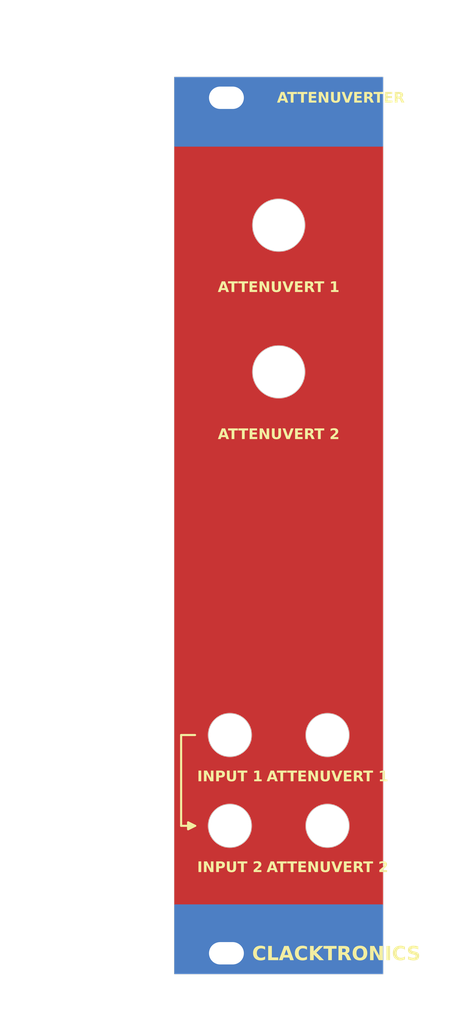
<source format=kicad_pcb>
(kicad_pcb (version 20240108) (generator "pcbnew") (generator_version "8.0")
  (layers (0 "F.Cu" signal) (31 "B.Cu" signal) (34 "B.Paste" user) (35 "F.Paste" user) (36 "B.SilkS" user "B.Silkscreen") (37 "F.SilkS" user "F.Silkscreen") (38 "B.Mask" user) (39 "F.Mask" user) (44 "Edge.Cuts" user))
  (net 0 "")
  (net 1 "GND")
  (footprint "BYOM_General:plated_rack_hole" (layer "F.Cu") (at 123.5 152.25)
    (property "Reference" "H2" (hide yes))
    (property "Value" "MountingHole_Pad")
    (pad "1" thru_hole oval (at 0 0) (size 6 4.2) (drill oval 5 3.2) (layers "*.Cu" "*.Mask") (net 1 "GND"))
  )
  (footprint "BYOM_General:plated_rack_hole" (layer "F.Cu") (at 123.5 29.75)
    (property "Reference" "H1" (hide yes))
    (property "Value" "MountingHole_Pad")
    (pad "1" thru_hole oval (at 0 0) (size 6 4.2) (drill oval 5 3.2) (layers "*.Cu" "*.Mask") (net 1 "GND"))
  )
  (gr_line (start 117 121) (end 117 134) (stroke (width 0.3)) (layer "F.SilkS"))
  (gr_line (start 119 121) (end 117 121) (stroke (width 0.3)) (layer "F.SilkS"))
  (gr_line (start 117 134) (end 119 134) (stroke (width 0.3)) (layer "F.SilkS"))
  (gr_poly (pts (xy 119 134) (xy 118 133.5) (xy 118 134.5)) (stroke (width 0.3)) (fill solid) (layer "F.SilkS"))
  (gr_circle (center 138 121) (end 141.1 121) (stroke (width 0.1)) (fill none) (layer "Edge.Cuts"))
  (gr_circle (center 124 121) (end 127.1 121) (stroke (width 0.1)) (fill none) (layer "Edge.Cuts"))
  (gr_circle (center 138 134) (end 141.1 134) (stroke (width 0.1)) (fill none) (layer "Edge.Cuts"))
  (gr_line (start 116 26.75) (end 146 26.75) (stroke (width 0.05)) (layer "Edge.Cuts"))
  (gr_line (start 146 155.25) (end 116 155.25) (stroke (width 0.05)) (layer "Edge.Cuts"))
  (gr_line (start 116 155.25) (end 116 26.75) (stroke (width 0.05)) (layer "Edge.Cuts"))
  (gr_line (start 146 26.75) (end 146 155.25) (stroke (width 0.05)) (layer "Edge.Cuts"))
  (gr_circle (center 131 69) (end 134.75 69) (stroke (width 0.1)) (fill none) (layer "Edge.Cuts"))
  (gr_circle (center 131 48) (end 134.75 48) (stroke (width 0.1)) (fill none) (layer "Edge.Cuts"))
  (gr_circle (center 124 134) (end 127.1 134) (stroke (width 0.1)) (fill none) (layer "Edge.Cuts"))
  (gr_text "INPUT 1" (at 124 127 0) (layer "F.SilkS") (effects (font (size 1.5 1.5) (thickness 0.15) (bold yes))))
  (gr_text "ATTENUVERT 2" (at 138 140 0) (layer "F.SilkS") (effects (font (size 1.5 1.5) (thickness 0.15) (bold yes))))
  (gr_text "INPUT 2" (at 124 140 0) (layer "F.SilkS") (effects (font (size 1.5 1.5) (thickness 0.15) (bold yes))))
  (gr_text "ATTENUVERT 1" (at 138 127 0) (layer "F.SilkS") (effects (font (size 1.5 1.5) (thickness 0.15) (bold yes))))
  (gr_text "ATTENUVERT 1" (at 130.99 56.94 0) (layer "F.SilkS") (effects (font (size 1.5 1.5) (thickness 0.15) (bold yes))))
  (gr_text "CLACKTRONICS" (at 127.18 153.58 0) (layer "F.SilkS") (effects (font (size 2 2) (thickness 0.2) (bold yes)) (justify left bottom)))
  (gr_text "ATTENUVERT 2" (at 131 78 0) (layer "F.SilkS") (effects (font (size 1.5 1.5) (thickness 0.15) (bold yes))))
  (gr_text "ATTENUVERTER" (at 130.75 30.7 0) (layer "F.SilkS") (effects (font (size 1.5 1.5) (thickness 0.15) (bold yes)) (justify left bottom)))
  (zone (net 1) (net_name "GND") (layer "F.Cu") (connect_pads yes (clearance 0.508)) (min_thickness 0.25) (fill yes (thermal_gap 0.5) (thermal_bridge_width 0.5) (island_removal_mode 1) (island_area_min 10))
    (polygon (pts (xy 115 26) (xy 115.5 155.5) (xy 146.5 155.5) (xy 146.5 26)))
  )
  (zone (net 1) (net_name "GND") (layer "B.Cu") (priority 2) (connect_pads yes (clearance 0.508)) (min_thickness 0.25) (fill yes (thermal_gap 0.5) (thermal_bridge_width 0.5) (island_removal_mode 1) (island_area_min 10))
    (polygon (pts (xy 115.5 145.25) (xy 115.5 155.5) (xy 146.5 155.5) (xy 146.5 145.25)))
  )
  (zone (net 1) (net_name "GND") (layer "B.Cu") (priority 1) (connect_pads yes (clearance 0.508)) (min_thickness 0.25) (fill yes (thermal_gap 0.5) (thermal_bridge_width 0.5) (island_removal_mode 1) (island_area_min 10))
    (polygon (pts (xy 115 26) (xy 115 36.75) (xy 146.5 36.75) (xy 146.5 26)))
  )
)
</source>
